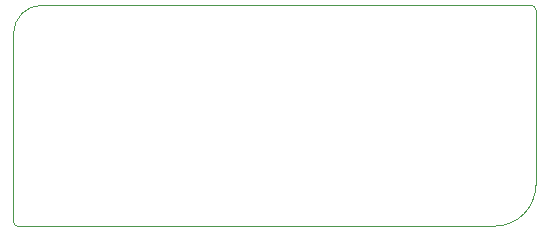
<source format=gm1>
G04 #@! TF.GenerationSoftware,KiCad,Pcbnew,8.0.0*
G04 #@! TF.CreationDate,2024-08-05T13:19:55+02:00*
G04 #@! TF.ProjectId,BatteryBridge,42617474-6572-4794-9272-696467652e6b,rev?*
G04 #@! TF.SameCoordinates,Original*
G04 #@! TF.FileFunction,Profile,NP*
%FSLAX46Y46*%
G04 Gerber Fmt 4.6, Leading zero omitted, Abs format (unit mm)*
G04 Created by KiCad (PCBNEW 8.0.0) date 2024-08-05 13:19:55*
%MOMM*%
%LPD*%
G01*
G04 APERTURE LIST*
G04 #@! TA.AperFunction,Profile*
%ADD10C,0.050000*%
G04 #@! TD*
G04 APERTURE END LIST*
D10*
X107910000Y-96280000D02*
G75*
G02*
X107540000Y-95910000I0J370000D01*
G01*
X151770000Y-92800000D02*
X151770000Y-77950000D01*
X148288900Y-96280000D02*
X107910000Y-96280000D01*
X151398370Y-77571630D02*
G75*
G02*
X151768370Y-77941630I30J-369970D01*
G01*
X107540000Y-80000000D02*
G75*
G02*
X109970000Y-77570000I2430000J0D01*
G01*
X109970000Y-77570000D02*
X151400000Y-77570000D01*
X107540000Y-80000000D02*
X107540000Y-95910000D01*
X151770000Y-92800000D02*
G75*
G02*
X148288900Y-96280000I-3481100J1100D01*
G01*
M02*

</source>
